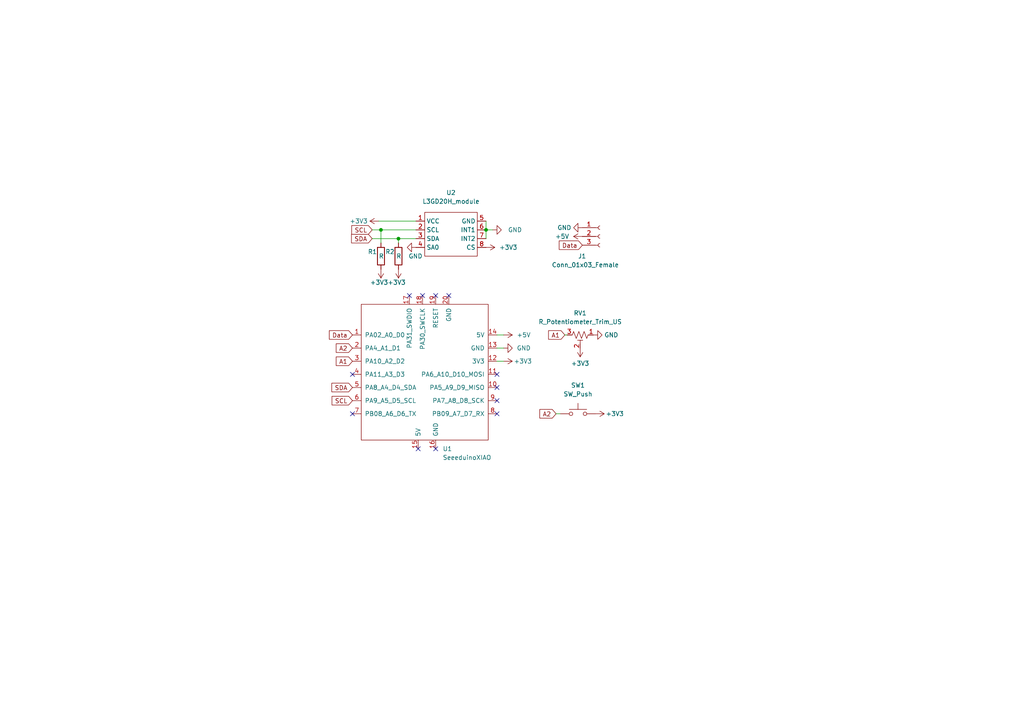
<source format=kicad_sch>
(kicad_sch (version 20211123) (generator eeschema)
  (paper "A4")
  (lib_symbols
    (symbol "Connector:Conn_01x03_Female" (pin_names (offset 1.016) hide)
      (property "Reference" "J" (at 0 5.08 0))
      (property "Value" "Conn_01x03_Female" (at 0 -5.08 0))
      (symbol "Conn_01x03_Female_1_1"
        (arc (start 0 -2.032) (mid -0.508 -2.54) (end 0 -3.048) (stroke (width 0.1524)))
        (polyline (pts (xy -1.27 -2.54) (xy -0.508 -2.54)) (stroke (width 0.1524)))
        (polyline (pts (xy -1.27 0) (xy -0.508 0)) (stroke (width 0.1524)))
        (polyline (pts (xy -1.27 2.54) (xy -0.508 2.54)) (stroke (width 0.1524)))
        (arc (start 0 0.508) (mid -0.508 0) (end 0 -0.508) (stroke (width 0.1524)))
        (arc (start 0 3.048) (mid -0.508 2.54) (end 0 2.032) (stroke (width 0.1524)))
        (pin passive line (at -5.08 2.54 0) (length 3.81) (name "Pin_1") (number "1"))
        (pin passive line (at -5.08 0 0) (length 3.81) (name "Pin_2") (number "2"))
        (pin passive line (at -5.08 -2.54 0) (length 3.81) (name "Pin_3") (number "3"))
      )
    )
    (symbol "Device:R" (pin_numbers hide) (pin_names (offset 0))
      (property "Reference" "R" (at 2.032 0 90))
      (property "Value" "R" (at 0 0 90))
      (symbol "R_0_1"
        (rectangle (start -1.016 -2.54) (end 1.016 2.54) (stroke (width 0.254)))
      )
      (symbol "R_1_1"
        (pin passive line (at 0 3.81 270) (length 1.27) (name "~") (number "1"))
        (pin passive line (at 0 -3.81 90) (length 1.27) (name "~") (number "2"))
      )
    )
    (symbol "Device:R_Potentiometer_Trim_US" (pin_names (offset 1.016) hide)
      (property "Reference" "RV" (at -4.445 0 90))
      (property "Value" "R_Potentiometer_Trim_US" (at -2.54 0 90))
      (symbol "R_Potentiometer_Trim_US_0_1"
        (polyline (pts (xy 0 -2.286) (xy 0 -2.54)))
        (polyline (pts (xy 0 2.286) (xy 0 2.54)))
        (polyline (pts (xy 1.524 0.762) (xy 1.524 -0.762)))
        (polyline (pts (xy 2.54 0) (xy 1.524 0)))
        (polyline (pts (xy 0 -0.762) (xy 1.016 -1.143) (xy 0 -1.524) (xy -1.016 -1.905) (xy 0 -2.286)))
        (polyline (pts (xy 0 0.762) (xy 1.016 0.381) (xy 0 0) (xy -1.016 -0.381) (xy 0 -0.762)))
        (polyline (pts (xy 0 2.286) (xy 1.016 1.905) (xy 0 1.524) (xy -1.016 1.143) (xy 0 0.762)))
      )
      (symbol "R_Potentiometer_Trim_US_1_1"
        (pin passive line (at 0 3.81 270) (length 1.27) (name "1") (number "1"))
        (pin passive line (at 3.81 0 180) (length 1.27) (name "2") (number "2"))
        (pin passive line (at 0 -3.81 90) (length 1.27) (name "3") (number "3"))
      )
    )
    (symbol "L3GD20H:L3GD20H_module"
      (property "Reference" "U" (at 0 8.89 0))
      (property "Value" "L3GD20H_module" (at 0 11.43 0))
      (symbol "L3GD20H_module_0_1"
        (rectangle (start 7.62 -5.08) (end -7.62 7.62))
      )
      (symbol "L3GD20H_module_1_1"
        (pin input line (at -10.16 5.08 0) (length 2.54) (name "VCC") (number "1"))
        (pin input line (at -10.16 2.54 0) (length 2.54) (name "SCL") (number "2"))
        (pin input line (at -10.16 0 0) (length 2.54) (name "SDA") (number "3"))
        (pin input line (at -10.16 -2.54 0) (length 2.54) (name "SA0") (number "4"))
        (pin input line (at 10.16 5.08 180) (length 2.54) (name "GND") (number "5"))
        (pin input line (at 10.16 2.54 180) (length 2.54) (name "INT1") (number "6"))
        (pin input line (at 10.16 0 180) (length 2.54) (name "INT2") (number "7"))
        (pin input line (at 10.16 -2.54 180) (length 2.54) (name "CS") (number "8"))
      )
    )
    (symbol "Seeeduino XIAO:SeeeduinoXIAO" (pin_names (offset 1.016))
      (property "Reference" "U" (at -19.05 22.86 0))
      (property "Value" "SeeeduinoXIAO" (at -12.7 21.59 0))
      (symbol "SeeeduinoXIAO_0_1"
        (rectangle (start -19.05 20.32) (end 17.78 -19.05))
      )
      (symbol "SeeeduinoXIAO_1_1"
        (pin unspecified line (at -21.59 11.43 0) (length 2.54) (name "PA02_A0_D0") (number "1"))
        (pin unspecified line (at 20.32 -3.81 180) (length 2.54) (name "PA5_A9_D9_MISO") (number "10"))
        (pin unspecified line (at 20.32 0 180) (length 2.54) (name "PA6_A10_D10_MOSI") (number "11"))
        (pin unspecified line (at 20.32 3.81 180) (length 2.54) (name "3V3") (number "12"))
        (pin unspecified line (at 20.32 7.62 180) (length 2.54) (name "GND") (number "13"))
        (pin unspecified line (at 20.32 11.43 180) (length 2.54) (name "5V") (number "14"))
        (pin input line (at -2.54 -21.59 90) (length 2.54) (name "5V") (number "15"))
        (pin input line (at 2.54 -21.59 90) (length 2.54) (name "GND") (number "16"))
        (pin input line (at -5.08 22.86 270) (length 2.54) (name "PA31_SWDIO") (number "17"))
        (pin input line (at -1.27 22.86 270) (length 2.54) (name "PA30_SWCLK") (number "18"))
        (pin input line (at 2.54 22.86 270) (length 2.54) (name "RESET") (number "19"))
        (pin unspecified line (at -21.59 7.62 0) (length 2.54) (name "PA4_A1_D1") (number "2"))
        (pin input line (at 6.35 22.86 270) (length 2.54) (name "GND") (number "20"))
        (pin unspecified line (at -21.59 3.81 0) (length 2.54) (name "PA10_A2_D2") (number "3"))
        (pin unspecified line (at -21.59 0 0) (length 2.54) (name "PA11_A3_D3") (number "4"))
        (pin unspecified line (at -21.59 -3.81 0) (length 2.54) (name "PA8_A4_D4_SDA") (number "5"))
        (pin unspecified line (at -21.59 -7.62 0) (length 2.54) (name "PA9_A5_D5_SCL") (number "6"))
        (pin unspecified line (at -21.59 -11.43 0) (length 2.54) (name "PB08_A6_D6_TX") (number "7"))
        (pin unspecified line (at 20.32 -11.43 180) (length 2.54) (name "PB09_A7_D7_RX") (number "8"))
        (pin unspecified line (at 20.32 -7.62 180) (length 2.54) (name "PA7_A8_D8_SCK") (number "9"))
      )
    )
    (symbol "Switch:SW_Push" (pin_numbers hide) (pin_names (offset 1.016) hide)
      (property "Reference" "SW" (at 1.27 2.54 0))
      (property "Value" "SW_Push" (at 0 -1.524 0))
      (symbol "SW_Push_0_1"
        (circle (center -2.032 0) (radius 0.508))
        (polyline (pts (xy 0 1.27) (xy 0 3.048)))
        (polyline (pts (xy 2.54 1.27) (xy -2.54 1.27)))
        (circle (center 2.032 0) (radius 0.508))
        (pin passive line (at -5.08 0 0) (length 2.54) (name "1") (number "1"))
        (pin passive line (at 5.08 0 180) (length 2.54) (name "2") (number "2"))
      )
    )
    (symbol "power:+3V3" (power) (pin_names (offset 0))
      (property "Value" "+3V3" (at 0 3.556 0))
      (symbol "+3V3_0_1"
        (polyline (pts (xy -0.762 1.27) (xy 0 2.54)))
        (polyline (pts (xy 0 0) (xy 0 2.54)))
        (polyline (pts (xy 0 2.54) (xy 0.762 1.27)))
      )
      (symbol "+3V3_1_1"
        (pin power_in line (at 0 0 90) (length 0) hide (name "+3V3") (number "1"))
      )
    )
    (symbol "power:+5V" (power) (pin_names (offset 0))
      (property "Value" "+5V" (at 0 3.556 0))
      (symbol "+5V_0_1"
        (polyline (pts (xy -0.762 1.27) (xy 0 2.54)))
        (polyline (pts (xy 0 0) (xy 0 2.54)))
        (polyline (pts (xy 0 2.54) (xy 0.762 1.27)))
      )
      (symbol "+5V_1_1"
        (pin power_in line (at 0 0 90) (length 0) hide (name "+5V") (number "1"))
      )
    )
    (symbol "power:GND" (power) (pin_names (offset 0))
      (property "Value" "GND" (at 0 -3.81 0))
      (symbol "GND_0_1"
        (polyline (pts (xy 0 0) (xy 0 -1.27) (xy 1.27 -1.27) (xy 0 -2.54) (xy -1.27 -1.27) (xy 0 -1.27)))
      )
      (symbol "GND_1_1"
        (pin power_in line (at 0 0 270) (length 0) hide (name "GND") (number "1"))
      )
    )
  )
  (junction (at 140.97 66.675))
  (junction (at 110.49 66.675))
  (junction (at 115.57 69.215))
  (no_connect (at 122.555 85.725))
  (no_connect (at 144.145 120.015))
  (no_connect (at 118.745 85.725))
  (no_connect (at 102.235 120.015))
  (no_connect (at 144.145 116.205))
  (no_connect (at 130.175 85.725))
  (no_connect (at 144.145 108.585))
  (no_connect (at 126.365 130.175))
  (no_connect (at 126.365 85.725))
  (no_connect (at 144.145 112.395))
  (no_connect (at 102.235 108.585))
  (no_connect (at 121.285 130.175))
  (wire (pts (xy 140.97 64.135) (xy 140.97 66.675)))
  (wire (pts (xy 146.05 100.965) (xy 144.145 100.965)))
  (wire (pts (xy 146.05 104.775) (xy 144.145 104.775)))
  (wire (pts (xy 140.97 66.675) (xy 142.875 66.675)))
  (wire (pts (xy 107.95 66.675) (xy 110.49 66.675)))
  (wire (pts (xy 107.95 69.215) (xy 115.57 69.215)))
  (wire (pts (xy 110.49 66.675) (xy 110.49 70.485)))
  (wire (pts (xy 115.57 69.215) (xy 120.65 69.215)))
  (wire (pts (xy 110.49 66.675) (xy 120.65 66.675)))
  (wire (pts (xy 163.83 97.155) (xy 164.465 97.155)))
  (wire (pts (xy 140.97 66.675) (xy 140.97 69.215)))
  (wire (pts (xy 109.855 64.135) (xy 120.65 64.135)))
  (wire (pts (xy 146.05 97.155) (xy 144.145 97.155)))
  (wire (pts (xy 161.29 120.015) (xy 162.56 120.015)))
  (wire (pts (xy 115.57 70.485) (xy 115.57 69.215)))
  (global_label "SDA" (shape input) (at 102.235 112.395 180) (property "Intersheet References" "${INTERSHEET_REFS}" (effects hide)))
  (global_label "SCL" (shape input) (at 107.95 66.675 180) (property "Intersheet References" "${INTERSHEET_REFS}" (effects hide)))
  (global_label "SDA" (shape input) (at 107.95 69.215 180) (property "Intersheet References" "${INTERSHEET_REFS}" (effects hide)))
  (global_label "SCL" (shape input) (at 102.235 116.205 180) (property "Intersheet References" "${INTERSHEET_REFS}" (effects hide)))
  (global_label "Data" (shape input) (at 168.91 71.12 180) (property "Intersheet References" "${INTERSHEET_REFS}" (effects hide)))
  (global_label "A2" (shape input) (at 102.235 100.965 180) (property "Intersheet References" "${INTERSHEET_REFS}" (effects hide)))
  (global_label "A1" (shape input) (at 102.235 104.775 180) (property "Intersheet References" "${INTERSHEET_REFS}" (effects hide)))
  (global_label "Data" (shape input) (at 102.235 97.155 180) (property "Intersheet References" "${INTERSHEET_REFS}" (effects hide)))
  (global_label "A2" (shape input) (at 161.29 120.015 180) (property "Intersheet References" "${INTERSHEET_REFS}" (effects hide)))
  (global_label "A1" (shape input) (at 163.83 97.155 180) (property "Intersheet References" "${INTERSHEET_REFS}" (effects hide)))
  (symbol (lib_id "power:GND") (at 146.05 100.965 90) (unit 1)
    (property "Reference" "#PWR08" (effects hide))
    (property "Value" "GND" (at 149.86 100.9649 90) (effects (justify right)))
  )
  (symbol (lib_id "power:+3V3") (at 172.72 120.015 270) (unit 1)
    (property "Reference" "#PWR014" (effects hide))
    (property "Value" "+3V3" (at 180.975 120.015 90) (effects (justify right)))
  )
  (symbol (lib_id "Connector:Conn_01x03_Female") (at 173.99 68.58 0) (unit 1)
    (property "Reference" "J1" (at 167.64 74.295 0) (effects (justify left)))
    (property "Value" "Conn_01x03_Female" (at 160.02 76.835 0) (effects (justify left)))
    (property "Footprint" "Connector_PinSocket_2.54mm:PinSocket_1x03_P2.54mm_Vertical" (effects hide))
  )
  (symbol (lib_id "power:+5V") (at 146.05 97.155 270) (unit 1)
    (property "Reference" "#PWR07" (effects hide))
    (property "Value" "+5V" (at 149.86 97.1549 90) (effects (justify left)))
  )
  (symbol (lib_id "Device:R") (at 115.57 74.295 0) (unit 1)
    (property "Reference" "R2" (at 111.76 73.025 0) (effects (justify left)))
    (property "Value" "R" (at 114.935 74.295 0) (effects (justify left)))
    (property "Footprint" "Resistor_THT:R_Axial_DIN0204_L3.6mm_D1.6mm_P5.08mm_Horizontal" (effects hide))
  )
  (symbol (lib_id "power:GND") (at 172.085 97.155 90) (unit 1)
    (property "Reference" "#PWR013" (effects hide))
    (property "Value" "GND" (at 175.26 97.1549 90) (effects (justify right)))
  )
  (symbol (lib_id "Switch:SW_Push") (at 167.64 120.015 0) (unit 1)
    (property "Reference" "SW1" (at 167.64 111.76 0))
    (property "Value" "SW_Push" (at 167.64 114.3 0))
    (property "Footprint" "Button_Switch_THT:SW_PUSH_6mm_H7.3mm" (effects hide))
  )
  (symbol (lib_id "power:+3V3") (at 140.97 71.755 270) (unit 1)
    (property "Reference" "#PWR05" (effects hide))
    (property "Value" "+3V3" (at 144.78 71.7549 90) (effects (justify left)))
  )
  (symbol (lib_id "Device:R") (at 110.49 74.295 0) (unit 1)
    (property "Reference" "R1" (at 106.68 73.025 0) (effects (justify left)))
    (property "Value" "R" (at 109.855 74.295 0) (effects (justify left)))
    (property "Footprint" "Resistor_THT:R_Axial_DIN0204_L3.6mm_D1.6mm_P5.08mm_Horizontal" (effects hide))
  )
  (symbol (lib_id "power:+5V") (at 168.91 68.58 90) (unit 1)
    (property "Reference" "#PWR012" (effects hide))
    (property "Value" "+5V" (at 165.1 68.5799 90) (effects (justify left)))
  )
  (symbol (lib_id "power:+3V3") (at 110.49 78.105 180) (unit 1)
    (property "Reference" "#PWR02" (effects hide))
    (property "Value" "+3V3" (at 107.315 81.915 0) (effects (justify right)))
  )
  (symbol (lib_id "power:GND") (at 168.91 66.04 270) (unit 1)
    (property "Reference" "#PWR011" (effects hide))
    (property "Value" "GND" (at 165.735 66.0399 90) (effects (justify right)))
  )
  (symbol (lib_id "power:+3V3") (at 109.855 64.135 90) (unit 1)
    (property "Reference" "#PWR01" (effects hide))
    (property "Value" "+3V3" (at 106.68 64.135 90) (effects (justify left)))
  )
  (symbol (lib_id "Seeeduino XIAO:SeeeduinoXIAO") (at 123.825 108.585 0) (unit 1)
    (property "Reference" "U1" (at 128.3844 130.175 0) (effects (justify left)))
    (property "Value" "SeeeduinoXIAO" (at 128.3844 132.715 0) (effects (justify left)))
    (property "Footprint" "KiCad_Library:seeeduinoXIAO" (effects hide))
  )
  (symbol (lib_id "power:GND") (at 120.65 71.755 270) (unit 1)
    (property "Reference" "#PWR04" (effects hide))
    (property "Value" "GND" (at 122.555 74.295 90) (effects (justify right)))
  )
  (symbol (lib_id "power:GND") (at 142.875 66.675 90) (unit 1)
    (property "Reference" "#PWR06" (effects hide))
    (property "Value" "GND" (at 147.32 66.675 90) (effects (justify right)))
  )
  (symbol (lib_id "L3GD20H:L3GD20H_module") (at 130.81 69.215 0) (unit 1)
    (property "Reference" "U2" (at 130.81 55.88 0))
    (property "Value" "L3GD20H_module" (at 130.81 58.42 0))
    (property "Footprint" "L3GD20H_v6:L3GD20H" (effects hide))
  )
  (symbol (lib_id "power:+3V3") (at 146.05 104.775 270) (unit 1)
    (property "Reference" "#PWR09" (effects hide))
    (property "Value" "+3V3" (at 154.305 104.775 90) (effects (justify right)))
  )
  (symbol (lib_id "Device:R_Potentiometer_Trim_US") (at 168.275 97.155 270) (unit 1)
    (property "Reference" "RV1" (at 168.275 90.805 90))
    (property "Value" "R_Potentiometer_Trim_US" (at 168.275 93.345 90))
    (property "Footprint" "KiCad_Library:TA48033S" (effects hide))
  )
  (symbol (lib_id "power:+3V3") (at 115.57 78.105 180) (unit 1)
    (property "Reference" "#PWR03" (effects hide))
    (property "Value" "+3V3" (at 112.395 81.915 0) (effects (justify right)))
  )
  (symbol (lib_id "power:+3V3") (at 168.275 100.965 180) (unit 1)
    (property "Reference" "#PWR010" (effects hide))
    (property "Value" "+3V3" (at 168.275 105.41 0))
  )
)
</source>
